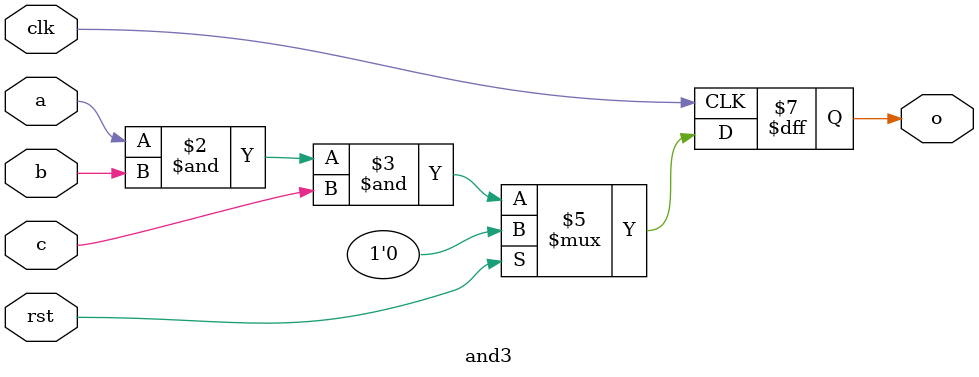
<source format=v>
module and3(
    input a,
    input b,
    input c,
    input clk,
    input rst,
    output reg o
);

always @ (posedge clk) begin
    if (rst)
        o <= 1'b0;
    else
        o <= a & b & c;
end

endmodule
</source>
